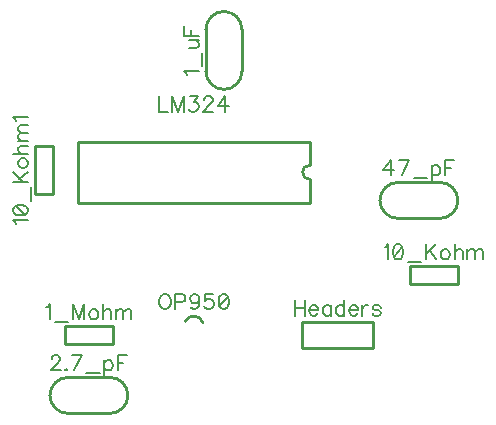
<source format=gto>
G04 DipTrace 2.4.0.2*
%INTopSilk.gto*%
%MOIN*%
%ADD10C,0.0098*%
%ADD42C,0.0077*%
%FSLAX44Y44*%
G04*
G70*
G90*
G75*
G01*
%LNTopSilk*%
%LPD*%
X10161Y7408D2*
D10*
G02X10735Y7365I279J-131D01*
G01*
X14298Y11353D2*
X6582D1*
Y13401D2*
Y11353D1*
X14298Y13401D2*
X6582D1*
X14298D2*
Y12613D1*
Y11353D2*
Y12141D1*
Y12613D2*
G03X14298Y12141I0J-236D01*
G01*
X6139Y7240D2*
Y6640D1*
X7742Y7240D2*
X6139D1*
X7742D2*
Y6640D1*
X6139D1*
X12040Y15741D2*
Y17139D1*
X10840Y15741D2*
Y17139D1*
X12040D2*
G03X10840Y17139I-600J1D01*
G01*
Y15741D2*
G03X12040Y15741I600J-1D01*
G01*
X17639Y9240D2*
Y8640D1*
X19241Y9240D2*
X17639D1*
X19241D2*
Y8640D1*
X17639D1*
X5740Y13241D2*
X5140D1*
X5740Y11639D2*
Y13241D1*
Y11639D2*
X5140D1*
Y13241D1*
X7639Y5540D2*
X6241D1*
X7639Y4340D2*
X6241D1*
Y5540D2*
G03X6241Y4340I-1J-600D01*
G01*
X7639D2*
G03X7639Y5540I1J600D01*
G01*
X18639Y12040D2*
X17241D1*
X18639Y10840D2*
X17241D1*
Y12040D2*
G03X17241Y10840I-1J-600D01*
G01*
X18639D2*
G03X18639Y12040I1J600D01*
G01*
X14046Y7373D2*
X16409D1*
X14046Y6507D2*
X16409D1*
X14046Y7373D2*
Y6507D1*
X16409Y7373D2*
Y6507D1*
X9426Y8318D2*
D42*
X9378Y8294D1*
X9330Y8246D1*
X9306Y8199D1*
X9282Y8127D1*
Y8007D1*
X9306Y7935D1*
X9330Y7887D1*
X9378Y7840D1*
X9426Y7816D1*
X9521D1*
X9569Y7840D1*
X9617Y7887D1*
X9641Y7935D1*
X9664Y8007D1*
Y8127D1*
X9641Y8199D1*
X9617Y8246D1*
X9569Y8294D1*
X9521Y8318D1*
X9426D1*
X9819Y8055D2*
X10034D1*
X10106Y8079D1*
X10130Y8103D1*
X10154Y8150D1*
Y8222D1*
X10130Y8270D1*
X10106Y8294D1*
X10034Y8318D1*
X9819D1*
Y7816D1*
X10619Y8150D2*
X10595Y8079D1*
X10547Y8030D1*
X10476Y8007D1*
X10452D1*
X10380Y8030D1*
X10333Y8079D1*
X10308Y8150D1*
Y8174D1*
X10333Y8246D1*
X10380Y8294D1*
X10452Y8317D1*
X10476D1*
X10547Y8294D1*
X10595Y8246D1*
X10619Y8150D1*
Y8030D1*
X10595Y7911D1*
X10547Y7839D1*
X10476Y7816D1*
X10428D1*
X10356Y7839D1*
X10333Y7887D1*
X11061Y8317D2*
X10822D1*
X10798Y8102D1*
X10822Y8126D1*
X10894Y8150D1*
X10965D1*
X11037Y8126D1*
X11085Y8079D1*
X11109Y8007D1*
Y7959D1*
X11085Y7887D1*
X11037Y7839D1*
X10965Y7816D1*
X10894D1*
X10822Y7839D1*
X10798Y7864D1*
X10774Y7911D1*
X11407Y8317D2*
X11335Y8294D1*
X11287Y8222D1*
X11263Y8102D1*
Y8030D1*
X11287Y7911D1*
X11335Y7839D1*
X11407Y7816D1*
X11454D1*
X11526Y7839D1*
X11574Y7911D1*
X11598Y8030D1*
Y8102D1*
X11574Y8222D1*
X11526Y8294D1*
X11454Y8317D1*
X11407D1*
X11574Y8222D2*
X11287Y7911D1*
X9282Y14905D2*
Y14402D1*
X9569D1*
X10106D2*
Y14905D1*
X9915Y14402D1*
X9724Y14905D1*
Y14402D1*
X10308Y14904D2*
X10571D1*
X10428Y14713D1*
X10500D1*
X10547Y14689D1*
X10571Y14665D1*
X10595Y14593D1*
Y14546D1*
X10571Y14474D1*
X10523Y14426D1*
X10452Y14402D1*
X10380D1*
X10308Y14426D1*
X10285Y14450D1*
X10260Y14498D1*
X10774Y14785D2*
Y14808D1*
X10798Y14856D1*
X10822Y14880D1*
X10870Y14904D1*
X10965D1*
X11013Y14880D1*
X11037Y14856D1*
X11061Y14808D1*
Y14761D1*
X11037Y14713D1*
X10989Y14641D1*
X10750Y14402D1*
X11085D1*
X11478D2*
Y14904D1*
X11239Y14570D1*
X11598D1*
X5525Y7876D2*
X5573Y7900D1*
X5645Y7972D1*
Y7470D1*
X5800Y7387D2*
X6254D1*
X6791Y7470D2*
Y7972D1*
X6599Y7470D1*
X6408Y7972D1*
Y7470D1*
X7064Y7805D2*
X7017Y7781D1*
X6969Y7733D1*
X6945Y7661D1*
Y7614D1*
X6969Y7542D1*
X7017Y7494D1*
X7064Y7470D1*
X7136D1*
X7184Y7494D1*
X7232Y7542D1*
X7256Y7614D1*
Y7661D1*
X7232Y7733D1*
X7184Y7781D1*
X7136Y7805D1*
X7064D1*
X7411Y7972D2*
Y7470D1*
Y7709D2*
X7482Y7781D1*
X7531Y7805D1*
X7602D1*
X7650Y7781D1*
X7674Y7709D1*
Y7470D1*
X7828Y7805D2*
Y7470D1*
Y7709D2*
X7900Y7781D1*
X7948Y7805D1*
X8019D1*
X8067Y7781D1*
X8091Y7709D1*
Y7470D1*
Y7709D2*
X8163Y7781D1*
X8211Y7805D1*
X8282D1*
X8331Y7781D1*
X8355Y7709D1*
Y7470D1*
X10204Y15634D2*
X10180Y15682D1*
X10108Y15754D1*
X10610D1*
X10693Y15908D2*
Y16363D1*
X10275Y16517D2*
X10515D1*
X10586Y16541D1*
X10610Y16589D1*
Y16661D1*
X10586Y16708D1*
X10515Y16780D1*
X10275D2*
X10610D1*
X10108Y17246D2*
Y16935D1*
X10610D1*
X10347D2*
Y17126D1*
X16804Y9876D2*
X16852Y9900D1*
X16924Y9972D1*
Y9470D1*
X17222Y9972D2*
X17150Y9948D1*
X17102Y9876D1*
X17079Y9757D1*
Y9685D1*
X17102Y9565D1*
X17150Y9494D1*
X17222Y9470D1*
X17270D1*
X17342Y9494D1*
X17389Y9565D1*
X17414Y9685D1*
Y9757D1*
X17389Y9876D1*
X17342Y9948D1*
X17270Y9972D1*
X17222D1*
X17389Y9876D2*
X17102Y9565D1*
X17568Y9387D2*
X18022D1*
X18177Y9972D2*
Y9470D1*
X18512Y9972D2*
X18177Y9637D1*
X18296Y9757D2*
X18512Y9470D1*
X18785Y9805D2*
X18738Y9781D1*
X18690Y9733D1*
X18666Y9661D1*
Y9614D1*
X18690Y9542D1*
X18738Y9494D1*
X18785Y9470D1*
X18857D1*
X18905Y9494D1*
X18953Y9542D1*
X18977Y9614D1*
Y9661D1*
X18953Y9733D1*
X18905Y9781D1*
X18857Y9805D1*
X18785D1*
X19132Y9972D2*
Y9470D1*
Y9709D2*
X19203Y9781D1*
X19251Y9805D1*
X19323D1*
X19371Y9781D1*
X19395Y9709D1*
Y9470D1*
X19549Y9805D2*
Y9470D1*
Y9709D2*
X19621Y9781D1*
X19669Y9805D1*
X19740D1*
X19788Y9781D1*
X19812Y9709D1*
Y9470D1*
Y9709D2*
X19884Y9781D1*
X19932Y9805D1*
X20003D1*
X20051Y9781D1*
X20076Y9709D1*
Y9470D1*
X4504Y10667D2*
X4480Y10715D1*
X4408Y10787D1*
X4910D1*
X4408Y11085D2*
X4432Y11013D1*
X4504Y10965D1*
X4623Y10941D1*
X4695D1*
X4815Y10965D1*
X4886Y11013D1*
X4910Y11085D1*
Y11133D1*
X4886Y11205D1*
X4815Y11252D1*
X4695Y11276D1*
X4623D1*
X4504Y11252D1*
X4432Y11205D1*
X4408Y11133D1*
Y11085D1*
X4504Y11252D2*
X4815Y10965D1*
X4993Y11431D2*
Y11885D1*
X4408Y12039D2*
X4910D1*
X4408Y12374D2*
X4743Y12039D1*
X4623Y12159D2*
X4910Y12374D1*
X4575Y12648D2*
X4599Y12601D1*
X4647Y12553D1*
X4719Y12529D1*
X4766D1*
X4838Y12553D1*
X4886Y12601D1*
X4910Y12648D1*
Y12720D1*
X4886Y12768D1*
X4838Y12816D1*
X4766Y12840D1*
X4719D1*
X4647Y12816D1*
X4599Y12768D1*
X4575Y12720D1*
Y12648D1*
X4408Y12994D2*
X4910D1*
X4671D2*
X4599Y13066D1*
X4575Y13114D1*
Y13186D1*
X4599Y13234D1*
X4671Y13257D1*
X4910D1*
X4575Y13412D2*
X4910D1*
X4671D2*
X4599Y13484D1*
X4575Y13532D1*
Y13603D1*
X4599Y13651D1*
X4671Y13675D1*
X4910D1*
X4671D2*
X4599Y13747D1*
X4575Y13795D1*
Y13866D1*
X4599Y13914D1*
X4671Y13939D1*
X4910D1*
X4504Y14093D2*
X4480Y14141D1*
X4408Y14213D1*
X4910D1*
X5693Y6152D2*
Y6176D1*
X5717Y6224D1*
X5740Y6248D1*
X5789Y6272D1*
X5884D1*
X5932Y6248D1*
X5955Y6224D1*
X5980Y6176D1*
Y6129D1*
X5955Y6080D1*
X5908Y6009D1*
X5669Y5770D1*
X6004D1*
X6182Y5818D2*
X6158Y5794D1*
X6182Y5770D1*
X6206Y5794D1*
X6182Y5818D1*
X6456Y5770D2*
X6695Y6272D1*
X6360D1*
X6850Y5687D2*
X7304D1*
X7458Y6105D2*
Y5602D1*
Y6033D2*
X7507Y6080D1*
X7554Y6105D1*
X7626D1*
X7674Y6080D1*
X7722Y6033D1*
X7746Y5961D1*
Y5913D1*
X7722Y5842D1*
X7674Y5794D1*
X7626Y5770D1*
X7554D1*
X7507Y5794D1*
X7458Y5842D1*
X8211Y6272D2*
X7900D1*
Y5770D1*
Y6033D2*
X8091D1*
X16997Y12270D2*
Y12772D1*
X16758Y12437D1*
X17117D1*
X17367Y12270D2*
X17606Y12772D1*
X17271D1*
X17760Y12187D2*
X18215D1*
X18369Y12605D2*
Y12102D1*
Y12533D2*
X18417Y12580D1*
X18465Y12605D1*
X18537D1*
X18585Y12580D1*
X18632Y12533D1*
X18656Y12461D1*
Y12413D1*
X18632Y12342D1*
X18585Y12294D1*
X18537Y12270D1*
X18465D1*
X18417Y12294D1*
X18369Y12342D1*
X19122Y12772D2*
X18811D1*
Y12270D1*
Y12533D2*
X19002D1*
X13796Y8105D2*
Y7603D1*
X14131Y8105D2*
Y7603D1*
X13796Y7866D2*
X14131D1*
X14285Y7794D2*
X14572D1*
Y7842D1*
X14548Y7890D1*
X14524Y7914D1*
X14476Y7938D1*
X14404D1*
X14357Y7914D1*
X14309Y7866D1*
X14285Y7794D1*
Y7747D1*
X14309Y7675D1*
X14357Y7627D1*
X14404Y7603D1*
X14476D1*
X14524Y7627D1*
X14572Y7675D1*
X15013Y7938D2*
Y7603D1*
Y7866D2*
X14966Y7914D1*
X14917Y7938D1*
X14846D1*
X14798Y7914D1*
X14751Y7866D1*
X14726Y7794D1*
Y7747D1*
X14751Y7675D1*
X14798Y7627D1*
X14846Y7603D1*
X14917D1*
X14966Y7627D1*
X15013Y7675D1*
X15454Y8105D2*
Y7603D1*
Y7866D2*
X15407Y7914D1*
X15359Y7938D1*
X15287D1*
X15239Y7914D1*
X15191Y7866D1*
X15167Y7794D1*
Y7747D1*
X15191Y7675D1*
X15239Y7627D1*
X15287Y7603D1*
X15359D1*
X15407Y7627D1*
X15454Y7675D1*
X15609Y7794D2*
X15896D1*
Y7842D1*
X15872Y7890D1*
X15848Y7914D1*
X15800Y7938D1*
X15728D1*
X15681Y7914D1*
X15632Y7866D1*
X15609Y7794D1*
Y7747D1*
X15632Y7675D1*
X15681Y7627D1*
X15728Y7603D1*
X15800D1*
X15848Y7627D1*
X15896Y7675D1*
X16050Y7938D2*
Y7603D1*
Y7794D2*
X16074Y7866D1*
X16122Y7914D1*
X16170Y7938D1*
X16242D1*
X16659Y7866D2*
X16635Y7914D1*
X16564Y7938D1*
X16492D1*
X16420Y7914D1*
X16396Y7866D1*
X16420Y7818D1*
X16468Y7794D1*
X16587Y7770D1*
X16635Y7747D1*
X16659Y7699D1*
Y7675D1*
X16635Y7627D1*
X16564Y7603D1*
X16492D1*
X16420Y7627D1*
X16396Y7675D1*
M02*

</source>
